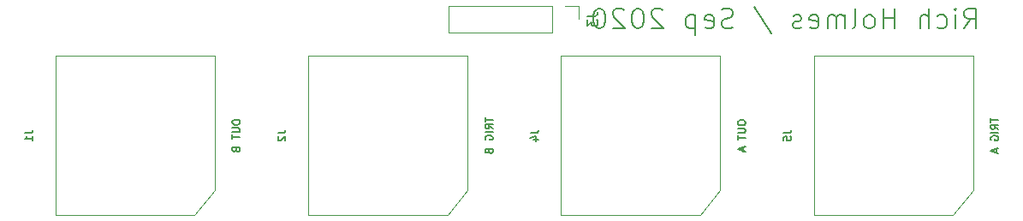
<source format=gbr>
G04 #@! TF.GenerationSoftware,KiCad,Pcbnew,5.1.6-c6e7f7d~87~ubuntu20.04.1*
G04 #@! TF.CreationDate,2020-10-18T21:18:21-04:00*
G04 #@! TF.ProjectId,jackboard4,6a61636b-626f-4617-9264-342e6b696361,rev?*
G04 #@! TF.SameCoordinates,Original*
G04 #@! TF.FileFunction,Legend,Bot*
G04 #@! TF.FilePolarity,Positive*
%FSLAX46Y46*%
G04 Gerber Fmt 4.6, Leading zero omitted, Abs format (unit mm)*
G04 Created by KiCad (PCBNEW 5.1.6-c6e7f7d~87~ubuntu20.04.1) date 2020-10-18 21:18:21*
%MOMM*%
%LPD*%
G01*
G04 APERTURE LIST*
%ADD10C,0.150000*%
%ADD11C,0.120000*%
G04 APERTURE END LIST*
D10*
X249476190Y-184404761D02*
X250142857Y-183452380D01*
X250619047Y-184404761D02*
X250619047Y-182404761D01*
X249857142Y-182404761D01*
X249666666Y-182500000D01*
X249571428Y-182595238D01*
X249476190Y-182785714D01*
X249476190Y-183071428D01*
X249571428Y-183261904D01*
X249666666Y-183357142D01*
X249857142Y-183452380D01*
X250619047Y-183452380D01*
X248619047Y-184404761D02*
X248619047Y-183071428D01*
X248619047Y-182404761D02*
X248714285Y-182500000D01*
X248619047Y-182595238D01*
X248523809Y-182500000D01*
X248619047Y-182404761D01*
X248619047Y-182595238D01*
X246809523Y-184309523D02*
X247000000Y-184404761D01*
X247380952Y-184404761D01*
X247571428Y-184309523D01*
X247666666Y-184214285D01*
X247761904Y-184023809D01*
X247761904Y-183452380D01*
X247666666Y-183261904D01*
X247571428Y-183166666D01*
X247380952Y-183071428D01*
X247000000Y-183071428D01*
X246809523Y-183166666D01*
X245952380Y-184404761D02*
X245952380Y-182404761D01*
X245095238Y-184404761D02*
X245095238Y-183357142D01*
X245190476Y-183166666D01*
X245380952Y-183071428D01*
X245666666Y-183071428D01*
X245857142Y-183166666D01*
X245952380Y-183261904D01*
X242619047Y-184404761D02*
X242619047Y-182404761D01*
X242619047Y-183357142D02*
X241476190Y-183357142D01*
X241476190Y-184404761D02*
X241476190Y-182404761D01*
X240238095Y-184404761D02*
X240428571Y-184309523D01*
X240523809Y-184214285D01*
X240619047Y-184023809D01*
X240619047Y-183452380D01*
X240523809Y-183261904D01*
X240428571Y-183166666D01*
X240238095Y-183071428D01*
X239952380Y-183071428D01*
X239761904Y-183166666D01*
X239666666Y-183261904D01*
X239571428Y-183452380D01*
X239571428Y-184023809D01*
X239666666Y-184214285D01*
X239761904Y-184309523D01*
X239952380Y-184404761D01*
X240238095Y-184404761D01*
X238428571Y-184404761D02*
X238619047Y-184309523D01*
X238714285Y-184119047D01*
X238714285Y-182404761D01*
X237666666Y-184404761D02*
X237666666Y-183071428D01*
X237666666Y-183261904D02*
X237571428Y-183166666D01*
X237380952Y-183071428D01*
X237095238Y-183071428D01*
X236904761Y-183166666D01*
X236809523Y-183357142D01*
X236809523Y-184404761D01*
X236809523Y-183357142D02*
X236714285Y-183166666D01*
X236523809Y-183071428D01*
X236238095Y-183071428D01*
X236047619Y-183166666D01*
X235952380Y-183357142D01*
X235952380Y-184404761D01*
X234238095Y-184309523D02*
X234428571Y-184404761D01*
X234809523Y-184404761D01*
X235000000Y-184309523D01*
X235095238Y-184119047D01*
X235095238Y-183357142D01*
X235000000Y-183166666D01*
X234809523Y-183071428D01*
X234428571Y-183071428D01*
X234238095Y-183166666D01*
X234142857Y-183357142D01*
X234142857Y-183547619D01*
X235095238Y-183738095D01*
X233380952Y-184309523D02*
X233190476Y-184404761D01*
X232809523Y-184404761D01*
X232619047Y-184309523D01*
X232523809Y-184119047D01*
X232523809Y-184023809D01*
X232619047Y-183833333D01*
X232809523Y-183738095D01*
X233095238Y-183738095D01*
X233285714Y-183642857D01*
X233380952Y-183452380D01*
X233380952Y-183357142D01*
X233285714Y-183166666D01*
X233095238Y-183071428D01*
X232809523Y-183071428D01*
X232619047Y-183166666D01*
X228714285Y-182309523D02*
X230428571Y-184880952D01*
X226619047Y-184309523D02*
X226333333Y-184404761D01*
X225857142Y-184404761D01*
X225666666Y-184309523D01*
X225571428Y-184214285D01*
X225476190Y-184023809D01*
X225476190Y-183833333D01*
X225571428Y-183642857D01*
X225666666Y-183547619D01*
X225857142Y-183452380D01*
X226238095Y-183357142D01*
X226428571Y-183261904D01*
X226523809Y-183166666D01*
X226619047Y-182976190D01*
X226619047Y-182785714D01*
X226523809Y-182595238D01*
X226428571Y-182500000D01*
X226238095Y-182404761D01*
X225761904Y-182404761D01*
X225476190Y-182500000D01*
X223857142Y-184309523D02*
X224047619Y-184404761D01*
X224428571Y-184404761D01*
X224619047Y-184309523D01*
X224714285Y-184119047D01*
X224714285Y-183357142D01*
X224619047Y-183166666D01*
X224428571Y-183071428D01*
X224047619Y-183071428D01*
X223857142Y-183166666D01*
X223761904Y-183357142D01*
X223761904Y-183547619D01*
X224714285Y-183738095D01*
X222904761Y-183071428D02*
X222904761Y-185071428D01*
X222904761Y-183166666D02*
X222714285Y-183071428D01*
X222333333Y-183071428D01*
X222142857Y-183166666D01*
X222047619Y-183261904D01*
X221952380Y-183452380D01*
X221952380Y-184023809D01*
X222047619Y-184214285D01*
X222142857Y-184309523D01*
X222333333Y-184404761D01*
X222714285Y-184404761D01*
X222904761Y-184309523D01*
X219666666Y-182595238D02*
X219571428Y-182500000D01*
X219380952Y-182404761D01*
X218904761Y-182404761D01*
X218714285Y-182500000D01*
X218619047Y-182595238D01*
X218523809Y-182785714D01*
X218523809Y-182976190D01*
X218619047Y-183261904D01*
X219761904Y-184404761D01*
X218523809Y-184404761D01*
X217285714Y-182404761D02*
X217095238Y-182404761D01*
X216904761Y-182500000D01*
X216809523Y-182595238D01*
X216714285Y-182785714D01*
X216619047Y-183166666D01*
X216619047Y-183642857D01*
X216714285Y-184023809D01*
X216809523Y-184214285D01*
X216904761Y-184309523D01*
X217095238Y-184404761D01*
X217285714Y-184404761D01*
X217476190Y-184309523D01*
X217571428Y-184214285D01*
X217666666Y-184023809D01*
X217761904Y-183642857D01*
X217761904Y-183166666D01*
X217666666Y-182785714D01*
X217571428Y-182595238D01*
X217476190Y-182500000D01*
X217285714Y-182404761D01*
X215857142Y-182595238D02*
X215761904Y-182500000D01*
X215571428Y-182404761D01*
X215095238Y-182404761D01*
X214904761Y-182500000D01*
X214809523Y-182595238D01*
X214714285Y-182785714D01*
X214714285Y-182976190D01*
X214809523Y-183261904D01*
X215952380Y-184404761D01*
X214714285Y-184404761D01*
X213476190Y-182404761D02*
X213285714Y-182404761D01*
X213095238Y-182500000D01*
X213000000Y-182595238D01*
X212904761Y-182785714D01*
X212809523Y-183166666D01*
X212809523Y-183642857D01*
X212904761Y-184023809D01*
X213000000Y-184214285D01*
X213095238Y-184309523D01*
X213285714Y-184404761D01*
X213476190Y-184404761D01*
X213666666Y-184309523D01*
X213761904Y-184214285D01*
X213857142Y-184023809D01*
X213952380Y-183642857D01*
X213952380Y-183166666D01*
X213857142Y-182785714D01*
X213761904Y-182595238D01*
X213666666Y-182500000D01*
X213476190Y-182404761D01*
D11*
X223360000Y-202860000D02*
X225360000Y-200360000D01*
X225360000Y-187110000D02*
X209610000Y-187110000D01*
X209610000Y-187110000D02*
X209610000Y-202860000D01*
X223310000Y-202860000D02*
X223360000Y-202860000D01*
X209610000Y-202860000D02*
X223310000Y-202860000D01*
X225360000Y-200360000D02*
X225360000Y-187110000D01*
X248360000Y-202860000D02*
X250360000Y-200360000D01*
X250360000Y-187110000D02*
X234610000Y-187110000D01*
X234610000Y-187110000D02*
X234610000Y-202860000D01*
X248310000Y-202860000D02*
X248360000Y-202860000D01*
X234610000Y-202860000D02*
X248310000Y-202860000D01*
X250360000Y-200360000D02*
X250360000Y-187110000D01*
X198360000Y-202860000D02*
X200360000Y-200360000D01*
X200360000Y-187110000D02*
X184610000Y-187110000D01*
X184610000Y-187110000D02*
X184610000Y-202860000D01*
X198310000Y-202860000D02*
X198360000Y-202860000D01*
X184610000Y-202860000D02*
X198310000Y-202860000D01*
X200360000Y-200360000D02*
X200360000Y-187110000D01*
X173360000Y-202860000D02*
X175360000Y-200360000D01*
X175360000Y-187110000D02*
X159610000Y-187110000D01*
X159610000Y-187110000D02*
X159610000Y-202860000D01*
X173310000Y-202860000D02*
X173360000Y-202860000D01*
X159610000Y-202860000D02*
X173310000Y-202860000D01*
X175360000Y-200360000D02*
X175360000Y-187110000D01*
X211330000Y-183500000D02*
X211330000Y-182170000D01*
X211330000Y-182170000D02*
X210000000Y-182170000D01*
X208730000Y-182170000D02*
X198510000Y-182170000D01*
X198510000Y-184830000D02*
X198510000Y-182170000D01*
X208730000Y-184830000D02*
X198510000Y-184830000D01*
X208730000Y-184830000D02*
X208730000Y-182170000D01*
D10*
X206599285Y-194760000D02*
X207135000Y-194760000D01*
X207242142Y-194724285D01*
X207313571Y-194652857D01*
X207349285Y-194545714D01*
X207349285Y-194474285D01*
X206849285Y-195438571D02*
X207349285Y-195438571D01*
X206563571Y-195260000D02*
X207099285Y-195081428D01*
X207099285Y-195545714D01*
X227099285Y-193652857D02*
X227099285Y-193795714D01*
X227135000Y-193867142D01*
X227206428Y-193938571D01*
X227349285Y-193974285D01*
X227599285Y-193974285D01*
X227742142Y-193938571D01*
X227813571Y-193867142D01*
X227849285Y-193795714D01*
X227849285Y-193652857D01*
X227813571Y-193581428D01*
X227742142Y-193510000D01*
X227599285Y-193474285D01*
X227349285Y-193474285D01*
X227206428Y-193510000D01*
X227135000Y-193581428D01*
X227099285Y-193652857D01*
X227099285Y-194295714D02*
X227706428Y-194295714D01*
X227777857Y-194331428D01*
X227813571Y-194367142D01*
X227849285Y-194438571D01*
X227849285Y-194581428D01*
X227813571Y-194652857D01*
X227777857Y-194688571D01*
X227706428Y-194724285D01*
X227099285Y-194724285D01*
X227099285Y-194974285D02*
X227099285Y-195402857D01*
X227849285Y-195188571D02*
X227099285Y-195188571D01*
X227635000Y-196188571D02*
X227635000Y-196545714D01*
X227849285Y-196117142D02*
X227099285Y-196367142D01*
X227849285Y-196617142D01*
X231599285Y-194760000D02*
X232135000Y-194760000D01*
X232242142Y-194724285D01*
X232313571Y-194652857D01*
X232349285Y-194545714D01*
X232349285Y-194474285D01*
X231599285Y-195474285D02*
X231599285Y-195117142D01*
X231956428Y-195081428D01*
X231920714Y-195117142D01*
X231885000Y-195188571D01*
X231885000Y-195367142D01*
X231920714Y-195438571D01*
X231956428Y-195474285D01*
X232027857Y-195510000D01*
X232206428Y-195510000D01*
X232277857Y-195474285D01*
X232313571Y-195438571D01*
X232349285Y-195367142D01*
X232349285Y-195188571D01*
X232313571Y-195117142D01*
X232277857Y-195081428D01*
X252099285Y-193260000D02*
X252099285Y-193688571D01*
X252849285Y-193474285D02*
X252099285Y-193474285D01*
X252849285Y-194367142D02*
X252492142Y-194117142D01*
X252849285Y-193938571D02*
X252099285Y-193938571D01*
X252099285Y-194224285D01*
X252135000Y-194295714D01*
X252170714Y-194331428D01*
X252242142Y-194367142D01*
X252349285Y-194367142D01*
X252420714Y-194331428D01*
X252456428Y-194295714D01*
X252492142Y-194224285D01*
X252492142Y-193938571D01*
X252849285Y-194688571D02*
X252099285Y-194688571D01*
X252135000Y-195438571D02*
X252099285Y-195367142D01*
X252099285Y-195260000D01*
X252135000Y-195152857D01*
X252206428Y-195081428D01*
X252277857Y-195045714D01*
X252420714Y-195010000D01*
X252527857Y-195010000D01*
X252670714Y-195045714D01*
X252742142Y-195081428D01*
X252813571Y-195152857D01*
X252849285Y-195260000D01*
X252849285Y-195331428D01*
X252813571Y-195438571D01*
X252777857Y-195474285D01*
X252527857Y-195474285D01*
X252527857Y-195331428D01*
X252635000Y-196331428D02*
X252635000Y-196688571D01*
X252849285Y-196260000D02*
X252099285Y-196510000D01*
X252849285Y-196760000D01*
X181599285Y-194760000D02*
X182135000Y-194760000D01*
X182242142Y-194724285D01*
X182313571Y-194652857D01*
X182349285Y-194545714D01*
X182349285Y-194474285D01*
X181670714Y-195081428D02*
X181635000Y-195117142D01*
X181599285Y-195188571D01*
X181599285Y-195367142D01*
X181635000Y-195438571D01*
X181670714Y-195474285D01*
X181742142Y-195510000D01*
X181813571Y-195510000D01*
X181920714Y-195474285D01*
X182349285Y-195045714D01*
X182349285Y-195510000D01*
X202099285Y-193206428D02*
X202099285Y-193635000D01*
X202849285Y-193420714D02*
X202099285Y-193420714D01*
X202849285Y-194313571D02*
X202492142Y-194063571D01*
X202849285Y-193885000D02*
X202099285Y-193885000D01*
X202099285Y-194170714D01*
X202135000Y-194242142D01*
X202170714Y-194277857D01*
X202242142Y-194313571D01*
X202349285Y-194313571D01*
X202420714Y-194277857D01*
X202456428Y-194242142D01*
X202492142Y-194170714D01*
X202492142Y-193885000D01*
X202849285Y-194635000D02*
X202099285Y-194635000D01*
X202135000Y-195385000D02*
X202099285Y-195313571D01*
X202099285Y-195206428D01*
X202135000Y-195099285D01*
X202206428Y-195027857D01*
X202277857Y-194992142D01*
X202420714Y-194956428D01*
X202527857Y-194956428D01*
X202670714Y-194992142D01*
X202742142Y-195027857D01*
X202813571Y-195099285D01*
X202849285Y-195206428D01*
X202849285Y-195277857D01*
X202813571Y-195385000D01*
X202777857Y-195420714D01*
X202527857Y-195420714D01*
X202527857Y-195277857D01*
X202456428Y-196563571D02*
X202492142Y-196670714D01*
X202527857Y-196706428D01*
X202599285Y-196742142D01*
X202706428Y-196742142D01*
X202777857Y-196706428D01*
X202813571Y-196670714D01*
X202849285Y-196599285D01*
X202849285Y-196313571D01*
X202099285Y-196313571D01*
X202099285Y-196563571D01*
X202135000Y-196635000D01*
X202170714Y-196670714D01*
X202242142Y-196706428D01*
X202313571Y-196706428D01*
X202385000Y-196670714D01*
X202420714Y-196635000D01*
X202456428Y-196563571D01*
X202456428Y-196313571D01*
X156599285Y-194760000D02*
X157135000Y-194760000D01*
X157242142Y-194724285D01*
X157313571Y-194652857D01*
X157349285Y-194545714D01*
X157349285Y-194474285D01*
X157349285Y-195510000D02*
X157349285Y-195081428D01*
X157349285Y-195295714D02*
X156599285Y-195295714D01*
X156706428Y-195224285D01*
X156777857Y-195152857D01*
X156813571Y-195081428D01*
X177099285Y-193599285D02*
X177099285Y-193742142D01*
X177135000Y-193813571D01*
X177206428Y-193885000D01*
X177349285Y-193920714D01*
X177599285Y-193920714D01*
X177742142Y-193885000D01*
X177813571Y-193813571D01*
X177849285Y-193742142D01*
X177849285Y-193599285D01*
X177813571Y-193527857D01*
X177742142Y-193456428D01*
X177599285Y-193420714D01*
X177349285Y-193420714D01*
X177206428Y-193456428D01*
X177135000Y-193527857D01*
X177099285Y-193599285D01*
X177099285Y-194242142D02*
X177706428Y-194242142D01*
X177777857Y-194277857D01*
X177813571Y-194313571D01*
X177849285Y-194385000D01*
X177849285Y-194527857D01*
X177813571Y-194599285D01*
X177777857Y-194635000D01*
X177706428Y-194670714D01*
X177099285Y-194670714D01*
X177099285Y-194920714D02*
X177099285Y-195349285D01*
X177849285Y-195135000D02*
X177099285Y-195135000D01*
X177456428Y-196420714D02*
X177492142Y-196527857D01*
X177527857Y-196563571D01*
X177599285Y-196599285D01*
X177706428Y-196599285D01*
X177777857Y-196563571D01*
X177813571Y-196527857D01*
X177849285Y-196456428D01*
X177849285Y-196170714D01*
X177099285Y-196170714D01*
X177099285Y-196420714D01*
X177135000Y-196492142D01*
X177170714Y-196527857D01*
X177242142Y-196563571D01*
X177313571Y-196563571D01*
X177385000Y-196527857D01*
X177420714Y-196492142D01*
X177456428Y-196420714D01*
X177456428Y-196170714D01*
X212222380Y-183166666D02*
X212936666Y-183166666D01*
X213079523Y-183119047D01*
X213174761Y-183023809D01*
X213222380Y-182880952D01*
X213222380Y-182785714D01*
X212222380Y-183547619D02*
X212222380Y-184166666D01*
X212603333Y-183833333D01*
X212603333Y-183976190D01*
X212650952Y-184071428D01*
X212698571Y-184119047D01*
X212793809Y-184166666D01*
X213031904Y-184166666D01*
X213127142Y-184119047D01*
X213174761Y-184071428D01*
X213222380Y-183976190D01*
X213222380Y-183690476D01*
X213174761Y-183595238D01*
X213127142Y-183547619D01*
M02*

</source>
